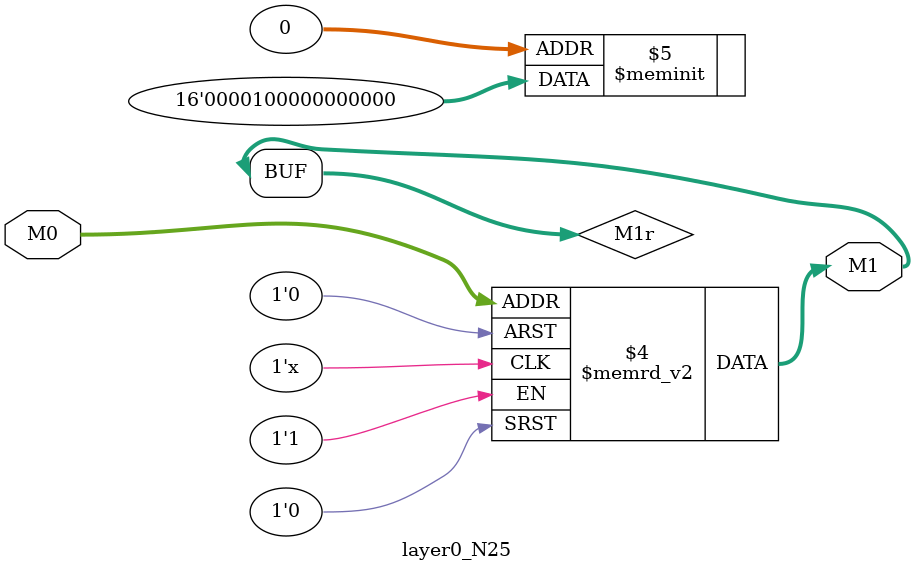
<source format=v>
module layer0_N25 ( input [2:0] M0, output [1:0] M1 );

	(*rom_style = "distributed" *) reg [1:0] M1r;
	assign M1 = M1r;
	always @ (M0) begin
		case (M0)
			3'b000: M1r = 2'b00;
			3'b100: M1r = 2'b00;
			3'b010: M1r = 2'b00;
			3'b110: M1r = 2'b00;
			3'b001: M1r = 2'b00;
			3'b101: M1r = 2'b10;
			3'b011: M1r = 2'b00;
			3'b111: M1r = 2'b00;

		endcase
	end
endmodule

</source>
